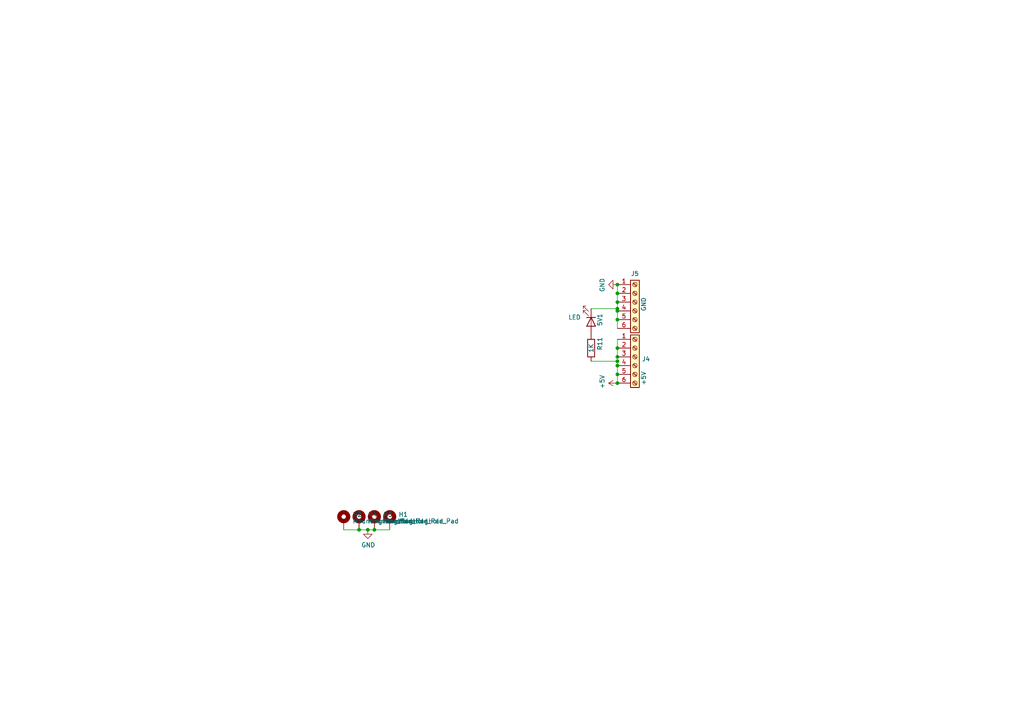
<source format=kicad_sch>
(kicad_sch (version 20230121) (generator eeschema)
  (paper "A4")
  (title_block (date "2024-08-31") (rev "0.5"))
  (lib_symbols
    (symbol "Connector:Screw_Terminal_01x06" (pin_names (offset 1.016) hide)
      (property "Reference" "J" (at 0 7.62 0))
      (property "Value" "Screw_Terminal_01x06" (at 0 -10.16 0))
      (symbol "Screw_Terminal_01x06_1_1"
        (rectangle (start -1.27 6.35) (end 1.27 -8.89) (stroke (width 0.254)) (fill (type background)))
        (circle (center 0 -7.62) (radius 0.635) (stroke (width 0.1524)))
        (circle (center 0 -5.08) (radius 0.635) (stroke (width 0.1524)))
        (circle (center 0 -2.54) (radius 0.635) (stroke (width 0.1524)))
        (polyline (pts (xy -0.5334 -7.2898) (xy 0.3302 -8.128)) (stroke (width 0.1524)))
        (polyline (pts (xy -0.5334 -4.7498) (xy 0.3302 -5.588)) (stroke (width 0.1524)))
        (polyline (pts (xy -0.5334 -2.2098) (xy 0.3302 -3.048)) (stroke (width 0.1524)))
        (polyline (pts (xy -0.5334 0.3302) (xy 0.3302 -0.508)) (stroke (width 0.1524)))
        (polyline (pts (xy -0.5334 2.8702) (xy 0.3302 2.032)) (stroke (width 0.1524)))
        (polyline (pts (xy -0.5334 5.4102) (xy 0.3302 4.572)) (stroke (width 0.1524)))
        (polyline (pts (xy -0.3556 -7.112) (xy 0.508 -7.9502)) (stroke (width 0.1524)))
        (polyline (pts (xy -0.3556 -4.572) (xy 0.508 -5.4102)) (stroke (width 0.1524)))
        (polyline (pts (xy -0.3556 -2.032) (xy 0.508 -2.8702)) (stroke (width 0.1524)))
        (polyline (pts (xy -0.3556 0.508) (xy 0.508 -0.3302)) (stroke (width 0.1524)))
        (polyline (pts (xy -0.3556 3.048) (xy 0.508 2.2098)) (stroke (width 0.1524)))
        (polyline (pts (xy -0.3556 5.588) (xy 0.508 4.7498)) (stroke (width 0.1524)))
        (circle (center 0 0) (radius 0.635) (stroke (width 0.1524)))
        (circle (center 0 2.54) (radius 0.635) (stroke (width 0.1524)))
        (circle (center 0 5.08) (radius 0.635) (stroke (width 0.1524)))
        (pin passive line (at -5.08 5.08 0) (length 3.81) (name "Pin_1") (number "1"))
        (pin passive line (at -5.08 2.54 0) (length 3.81) (name "Pin_2") (number "2"))
        (pin passive line (at -5.08 0 0) (length 3.81) (name "Pin_3") (number "3"))
        (pin passive line (at -5.08 -2.54 0) (length 3.81) (name "Pin_4") (number "4"))
        (pin passive line (at -5.08 -5.08 0) (length 3.81) (name "Pin_5") (number "5"))
        (pin passive line (at -5.08 -7.62 0) (length 3.81) (name "Pin_6") (number "6"))
      )
    )
    (symbol "Device:LED" (pin_numbers hide) (pin_names (offset 1.016) hide)
      (property "Reference" "D" (at 0 2.54 0))
      (property "Value" "LED" (at 0 -2.54 0))
      (symbol "LED_0_1"
        (polyline (pts (xy -1.27 -1.27) (xy -1.27 1.27)) (stroke (width 0.254)))
        (polyline (pts (xy -1.27 0) (xy 1.27 0)))
        (polyline (pts (xy 1.27 -1.27) (xy 1.27 1.27) (xy -1.27 0) (xy 1.27 -1.27)) (stroke (width 0.254)))
        (polyline (pts (xy -3.048 -0.762) (xy -4.572 -2.286) (xy -3.81 -2.286) (xy -4.572 -2.286) (xy -4.572 -1.524)))
        (polyline (pts (xy -1.778 -0.762) (xy -3.302 -2.286) (xy -2.54 -2.286) (xy -3.302 -2.286) (xy -3.302 -1.524)))
      )
      (symbol "LED_1_1"
        (pin passive line (at -3.81 0 0) (length 2.54) (name "K") (number "1"))
        (pin passive line (at 3.81 0 180) (length 2.54) (name "A") (number "2"))
      )
    )
    (symbol "Device:R" (pin_numbers hide) (pin_names (offset 0))
      (property "Reference" "R" (at 2.032 0 90))
      (property "Value" "R" (at 0 0 90))
      (symbol "R_0_1"
        (rectangle (start -1.016 -2.54) (end 1.016 2.54) (stroke (width 0.254)))
      )
      (symbol "R_1_1"
        (pin passive line (at 0 3.81 270) (length 1.27) (name "~") (number "1"))
        (pin passive line (at 0 -3.81 90) (length 1.27) (name "~") (number "2"))
      )
    )
    (symbol "Mechanical:MountingHole_Pad" (pin_numbers hide) (pin_names (offset 1.016) hide)
      (property "Reference" "H" (at 0 6.35 0))
      (property "Value" "MountingHole_Pad" (at 0 4.445 0))
      (symbol "MountingHole_Pad_0_1"
        (circle (center 0 1.27) (radius 1.27) (stroke (width 1.27)))
      )
      (symbol "MountingHole_Pad_1_1"
        (pin input line (at 0 -2.54 90) (length 2.54) (name "1") (number "1"))
      )
    )
    (symbol "power:+5V" (power) (pin_names (offset 0))
      (property "Value" "+5V" (at 0 3.556 0))
      (symbol "+5V_0_1"
        (polyline (pts (xy -0.762 1.27) (xy 0 2.54)))
        (polyline (pts (xy 0 0) (xy 0 2.54)))
        (polyline (pts (xy 0 2.54) (xy 0.762 1.27)))
      )
      (symbol "+5V_1_1"
        (pin power_in line (at 0 0 90) (length 0) hide (name "+5V") (number "1"))
      )
    )
    (symbol "power:GND" (power) (pin_names (offset 0))
      (property "Value" "GND" (at 0 -3.81 0))
      (symbol "GND_0_1"
        (polyline (pts (xy 0 0) (xy 0 -1.27) (xy 1.27 -1.27) (xy 0 -2.54) (xy -1.27 -1.27) (xy 0 -1.27)))
      )
      (symbol "GND_1_1"
        (pin power_in line (at 0 0 270) (length 0) hide (name "GND") (number "1"))
      )
    )
  )
  (junction (at 179.07 92.71))
  (junction (at 179.07 90.17))
  (junction (at 179.07 85.09))
  (junction (at 179.07 104.775))
  (junction (at 179.07 106.045))
  (junction (at 179.07 100.965))
  (junction (at 179.07 87.63))
  (junction (at 179.07 108.585))
  (junction (at 104.14 153.67))
  (junction (at 179.07 82.55))
  (junction (at 179.07 103.505))
  (junction (at 179.07 89.535))
  (junction (at 108.585 153.67))
  (junction (at 179.07 111.125))
  (junction (at 106.68 153.67))
  (wire (pts (xy 179.07 108.585) (xy 179.07 111.125)))
  (wire (pts (xy 106.68 153.67) (xy 108.585 153.67)))
  (wire (pts (xy 104.14 153.67) (xy 106.68 153.67)))
  (wire (pts (xy 179.07 103.505) (xy 179.07 104.775)))
  (wire (pts (xy 179.07 82.55) (xy 179.07 85.09)))
  (wire (pts (xy 171.45 89.535) (xy 179.07 89.535)))
  (wire (pts (xy 179.07 98.425) (xy 179.07 100.965)))
  (wire (pts (xy 179.07 89.535) (xy 179.07 90.17)))
  (wire (pts (xy 179.07 87.63) (xy 179.07 89.535)))
  (wire (pts (xy 179.07 106.045) (xy 179.07 108.585)))
  (wire (pts (xy 99.695 153.67) (xy 104.14 153.67)))
  (wire (pts (xy 179.07 100.965) (xy 179.07 103.505)))
  (wire (pts (xy 179.07 90.17) (xy 179.07 92.71)))
  (wire (pts (xy 179.07 104.775) (xy 179.07 106.045)))
  (wire (pts (xy 108.585 153.67) (xy 113.03 153.67)))
  (wire (pts (xy 171.45 104.775) (xy 179.07 104.775)))
  (wire (pts (xy 179.07 92.71) (xy 179.07 95.25)))
  (wire (pts (xy 179.07 85.09) (xy 179.07 87.63)))
  (symbol (lib_id "power:+5V") (at 179.07 111.125 90) (unit 1)
    (property "Reference" "#PWR5V0103" (effects hide))
    (property "Value" "+5V" (at 174.6758 110.744 0))
  )
  (symbol (lib_id "power:GND") (at 179.07 82.55 270) (unit 1)
    (property "Reference" "#PWRGND0107" (effects hide))
    (property "Value" "GND" (at 174.6758 82.677 0))
  )
  (symbol (lib_id "Device:R") (at 171.45 100.965 0) (unit 1)
    (property "Reference" "R11" (at 173.99 99.695 90))
    (property "Value" "1K" (at 171.45 100.965 90))
    (property "Footprint" "Resistor_THT:R_Axial_DIN0309_L9.0mm_D3.2mm_P2.54mm_Vertical" (effects hide))
  )
  (symbol (lib_id "Device:LED") (at 171.45 93.345 270) (unit 1)
    (property "Reference" "5V1" (at 173.99 94.615 0) (effects (justify right)))
    (property "Value" "LED" (at 168.4782 92.0242 90) (effects (justify right)))
    (property "Footprint" "LED_THT:LED_D5.0mm" (effects hide))
  )
  (symbol (lib_id "Mechanical:MountingHole_Pad") (at 99.695 151.13 0) (unit 1)
    (property "Reference" "H2" (at 102.235 149.2163 0) (effects (justify left)))
    (property "Value" "MountingHole_Pad" (at 102.235 151.1373 0) (effects (justify left)))
    (property "Footprint" "MountingHole:MountingHole_3.2mm_M3_DIN965_Pad" (effects hide))
  )
  (symbol (lib_id "power:GND") (at 106.68 153.67 0) (unit 1)
    (property "Reference" "#PWRGND04" (effects hide))
    (property "Value" "GND" (at 106.807 158.0642 0))
  )
  (symbol (lib_id "Mechanical:MountingHole_Pad") (at 108.585 151.13 0) (unit 1)
    (property "Reference" "H3" (at 111.125 149.2163 0) (effects (justify left)))
    (property "Value" "MountingHole_Pad" (at 111.125 151.1373 0) (effects (justify left)))
    (property "Footprint" "MountingHole:MountingHole_3.2mm_M3_DIN965_Pad" (effects hide))
  )
  (symbol (lib_id "Connector:Screw_Terminal_01x06") (at 184.15 87.63 0) (unit 1)
    (property "Reference" "J5" (at 184.15 79.375 0))
    (property "Value" "GND" (at 186.69 88.265 90))
    (property "Footprint" "Connector_Phoenix_MSTB:PhoenixContact_MSTBA_2,5_6-G-5,08_1x06_P5.08mm_Horizontal" (effects hide))
  )
  (symbol (lib_id "Connector:Screw_Terminal_01x06") (at 184.15 103.505 0) (unit 1)
    (property "Reference" "J4" (at 186.182 104.1313 0) (effects (justify left)))
    (property "Value" "+5V" (at 186.69 111.76 90) (effects (justify left)))
    (property "Footprint" "Connector_Phoenix_MSTB:PhoenixContact_MSTBA_2,5_6-G-5,08_1x06_P5.08mm_Horizontal" (effects hide))
  )
  (symbol (lib_id "Mechanical:MountingHole_Pad") (at 113.03 151.13 0) (unit 1)
    (property "Reference" "H1" (at 115.57 149.2163 0) (effects (justify left)))
    (property "Value" "MountingHole_Pad" (at 115.57 151.1373 0) (effects (justify left)))
    (property "Footprint" "MountingHole:MountingHole_3.2mm_M3_DIN965_Pad" (effects hide))
  )
  (symbol (lib_id "Mechanical:MountingHole_Pad") (at 104.14 151.13 0) (unit 1)
    (property "Reference" "H4" (at 106.68 149.2163 0) (effects (justify left)))
    (property "Value" "MountingHole_Pad" (at 106.68 151.1373 0) (effects (justify left)))
    (property "Footprint" "MountingHole:MountingHole_3.2mm_M3_DIN965_Pad" (effects hide))
  )
)
</source>
